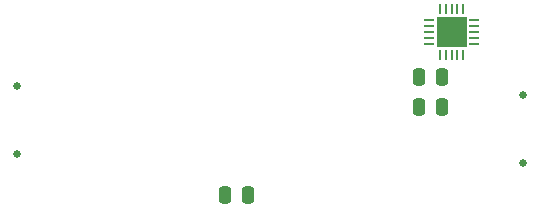
<source format=gbr>
%TF.GenerationSoftware,KiCad,Pcbnew,9.0.5*%
%TF.CreationDate,2025-10-28T16:25:52-07:00*%
%TF.ProjectId,Vine_Basestation_Cable_Reeling,56696e65-5f42-4617-9365-73746174696f,rev?*%
%TF.SameCoordinates,Original*%
%TF.FileFunction,Soldermask,Bot*%
%TF.FilePolarity,Negative*%
%FSLAX46Y46*%
G04 Gerber Fmt 4.6, Leading zero omitted, Abs format (unit mm)*
G04 Created by KiCad (PCBNEW 9.0.5) date 2025-10-28 16:25:52*
%MOMM*%
%LPD*%
G01*
G04 APERTURE LIST*
G04 Aperture macros list*
%AMRoundRect*
0 Rectangle with rounded corners*
0 $1 Rounding radius*
0 $2 $3 $4 $5 $6 $7 $8 $9 X,Y pos of 4 corners*
0 Add a 4 corners polygon primitive as box body*
4,1,4,$2,$3,$4,$5,$6,$7,$8,$9,$2,$3,0*
0 Add four circle primitives for the rounded corners*
1,1,$1+$1,$2,$3*
1,1,$1+$1,$4,$5*
1,1,$1+$1,$6,$7*
1,1,$1+$1,$8,$9*
0 Add four rect primitives between the rounded corners*
20,1,$1+$1,$2,$3,$4,$5,0*
20,1,$1+$1,$4,$5,$6,$7,0*
20,1,$1+$1,$6,$7,$8,$9,0*
20,1,$1+$1,$8,$9,$2,$3,0*%
G04 Aperture macros list end*
%ADD10C,0.650000*%
%ADD11RoundRect,0.062500X-0.062500X0.350000X-0.062500X-0.350000X0.062500X-0.350000X0.062500X0.350000X0*%
%ADD12RoundRect,0.062500X-0.350000X0.062500X-0.350000X-0.062500X0.350000X-0.062500X0.350000X0.062500X0*%
%ADD13R,2.500000X2.500000*%
%ADD14RoundRect,0.250000X-0.250000X-0.475000X0.250000X-0.475000X0.250000X0.475000X-0.250000X0.475000X0*%
%ADD15RoundRect,0.250000X0.250000X0.475000X-0.250000X0.475000X-0.250000X-0.475000X0.250000X-0.475000X0*%
G04 APERTURE END LIST*
D10*
%TO.C,J10*%
X115930000Y-91970000D03*
X115930000Y-97750000D03*
%TD*%
%TO.C,J3*%
X158785000Y-98500000D03*
X158785000Y-92720000D03*
%TD*%
D11*
%TO.C,U2*%
X151750000Y-85500000D03*
X152250000Y-85500000D03*
X152750000Y-85500000D03*
X153250000Y-85500000D03*
X153750000Y-85500000D03*
D12*
X154687500Y-86437500D03*
X154687500Y-86937500D03*
X154687500Y-87437500D03*
X154687500Y-87937500D03*
X154687500Y-88437500D03*
D11*
X153750000Y-89375000D03*
X153250000Y-89375000D03*
X152750000Y-89375000D03*
X152250000Y-89375000D03*
X151750000Y-89375000D03*
D12*
X150812500Y-88437500D03*
X150812500Y-87937500D03*
X150812500Y-87437500D03*
X150812500Y-86937500D03*
X150812500Y-86437500D03*
D13*
X152750000Y-87437500D03*
%TD*%
D14*
%TO.C,C6*%
X133600000Y-101250000D03*
X135500000Y-101250000D03*
%TD*%
D15*
%TO.C,C14*%
X151900000Y-93750000D03*
X150000000Y-93750000D03*
%TD*%
%TO.C,C13*%
X151900000Y-91250000D03*
X150000000Y-91250000D03*
%TD*%
M02*

</source>
